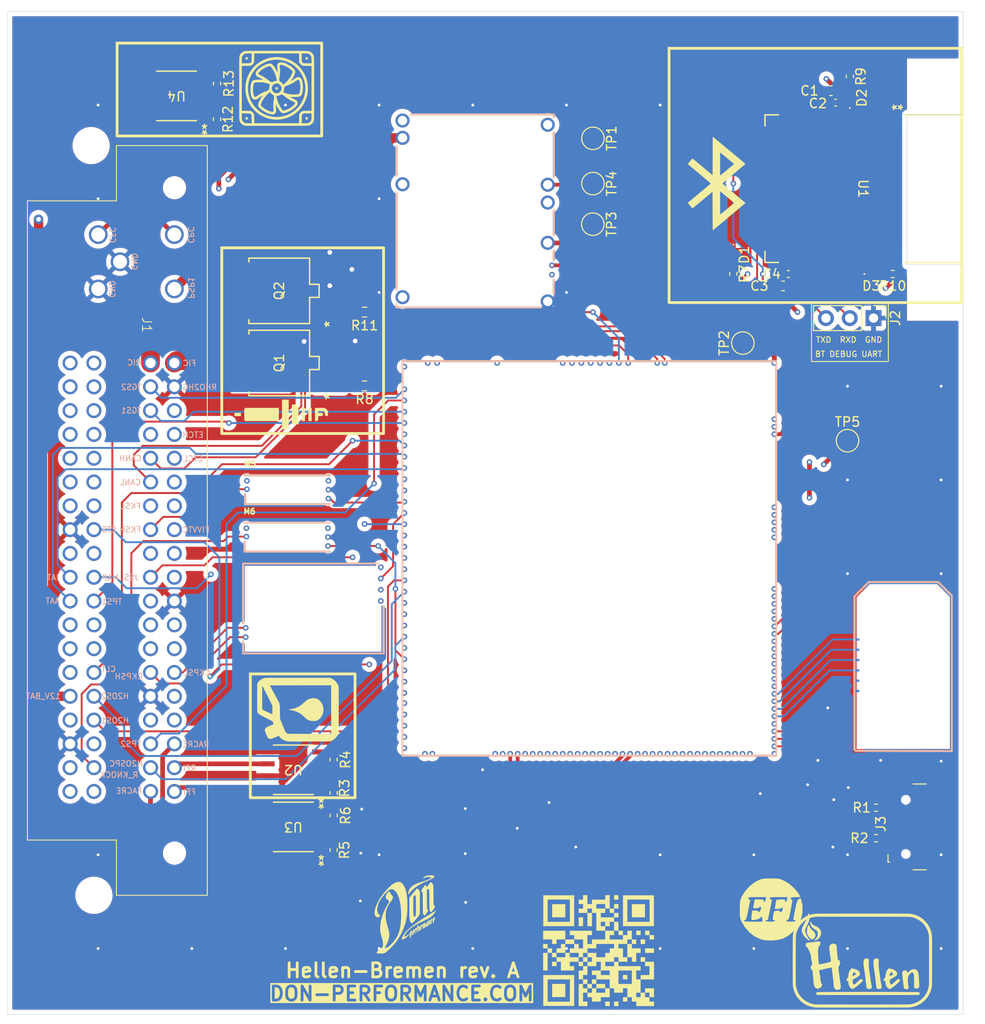
<source format=kicad_pcb>
(kicad_pcb (version 20240108) (generator "pcbnew") (generator_version "8.0")
  (layers (0 "F.Cu" signal) (1 "In1.Cu" power) (2 "In2.Cu" power) (31 "B.Cu" signal) (34 "B.Paste" user) (35 "F.Paste" user) (36 "B.SilkS" user "B.Silkscreen") (37 "F.SilkS" user "F.Silkscreen") (38 "B.Mask" user) (39 "F.Mask" user) (44 "Edge.Cuts" user))
  (net 0 "")
  (net 1 "IN_IAT")
  (net 2 "IN_TPS2")
  (net 4 "IN_CLT")
  (net 9 "MCU_INJ2")
  (net 10 "CRANK_LOW")
  (net 11 "IN_PPS2")
  (net 14 "RAW_KNOCK_F")
  (net 18 "CRANK_HIGH")
  (net 20 "IN_MAP")
  (net 22 "ETS")
  (net 24 "IN_PPS")
  (net 25 "IN_TPS")
  (net 27 "GND")
  (net 28 "Net-(M1-SWCLK)")
  (net 29 "Net-(M1-SWDIO)")
  (net 30 "Net-(M1-nReset)")
  (net 31 "Net-(M1-SWO)")
  (net 32 "+3V3")
  (net 33 "+5V")
  (net 34 "+12V")
  (net 35 "Net-(M3-VBUS)")
  (net 36 "Net-(M3-USBP)")
  (net 37 "Net-(M3-USBM)")
  (net 49 "MCU_INJ1")
  (net 57 "+3V3SW")
  (net 64 "RAW_KNOCK_R")
  (net 66 "PWR_EN")
  (net 79 "+12V_PSP")
  (net 99 "VIGN")
  (net 118 "Net-(J3-CC2)")
  (net 121 "Net-(J3-CC1)")
  (net 126 "CAN_H")
  (net 127 "CAN_L")
  (net 131 "IN_CRANK")
  (net 132 "IGN_1")
  (net 133 "IGN_2")
  (net 134 "+12V_BAT")
  (net 135 "UART_BT_RX")
  (net 136 "UART_BT_TX")
  (net 181 "Net-(D3-A)")
  (net 186 "DEBUG_TX")
  (net 192 "Net-(D1-A)")
  (net 193 "DEBUG_RX")
  (net 198 "MCU_KNOCK_F")
  (net 199 "MCU_KNOCK_R")
  (net 200 "INJ_1")
  (net 201 "INJ_2")
  (net 202 "ACR_2")
  (net 203 "ACR_1")
  (net 204 "MCU_ACR1")
  (net 205 "MCU_ACR2")
  (net 208 "Net-(D2-A)")
  (net 209 "Net-(D2-K)")
  (net 210 "Net-(D3-K)")
  (net 211 "MCUIGN_2")
  (net 212 "MCUIGN_1")
  (net 213 "Net-(Q1-Pad1)")
  (net 214 "Net-(Q2-Pad1)")
  (net 215 "CFC")
  (net 216 "CPC")
  (net 217 "MCU_CFC")
  (net 218 "MCU_CPC")
  (net 223 "IN_JSS")
  (net 224 "H2OS2")
  (net 225 "IN_AAT")
  (net 226 "H2OSPC")
  (net 227 "H2OS1")
  (net 228 "+5VP")
  (net 229 "+5VA")
  (net 230 "GNDA")
  (footprint "Resistor_SMD:R_0402_1005Metric" (layer "F.Cu") (at 153.67 123.19 180)
    (property "Reference" "R2")
    (property "Value" "5.1K")
  )
  (footprint "Fiducial:Fiducial_1mm_Mask2mm" (layer "F.Cu") (at 62.992 36.83 -90)
    (property "Reference" "FID1" (hide yes))
    (property "Value" "Fiducial")
  )
  (footprint "0.1:stlink" (layer "F.Cu") (at 151.260006 95.761003 -90)
    (property "Reference" "M1" (hide yes))
    (property "Value" "Module-stlink-0.1" (hide yes))
  )
  (footprint "0.6:mega-mcu144" (layer "F.Cu") (at 103.011 72.185994 -90)
    (property "Reference" "M3" (hide yes))
    (property "Value" "Module-mega-mcu144-0.6" (hide yes))
  )
  (footprint "hellen-bremen:cooling" (layer "F.Cu") (at 89.68 43.18)
    (property "Reference" "G***" (hide yes))
    (property "Value" "LOGO" (hide yes))
  )
  (footprint "Capacitor_SMD:C_0603_1608Metric" (layer "F.Cu") (at 148.857 43.434)
    (property "Reference" "C1")
    (property "Value" "4.7uF 10V" (hide yes))
  )
  (footprint "Resistor_SMD:R_0402_1005Metric" (layer "F.Cu") (at 95.758 124.46 -90)
    (property "Reference" "R5")
    (property "Value" "4.7k")
  )
  (footprint "Resistor_SMD:R_0402_1005Metric" (layer "F.Cu") (at 138.43 62.971 -90)
    (property "Reference" "R7")
    (property "Value" "470")
  )
  (footprint "Resistor_SMD:R_0402_1005Metric" (layer "F.Cu") (at 153.66 119.936 180)
    (property "Reference" "R1")
    (property "Value" "5.1K" (hide yes))
  )
  (footprint "ISL9V3040D3ST:TO-252AA_ONS" (layer "F.Cu") (at 89.9567 64.786 90)
    (property "Reference" "Q2")
    (property "Value" "ISL9V3040D3ST")
  )
  (footprint "Fiducial:Fiducial_1mm_Mask2mm" (layer "F.Cu") (at 161.036 139.954 90)
    (property "Reference" "FID4" (hide yes))
    (property "Value" "Fiducial")
  )
  (footprint "LED_SMD:LED_0402_1005Metric" (layer "F.Cu") (at 153.511 62.992)
    (property "Reference" "D3")
    (property "Value" "RED")
  )
  (footprint "kicad6-libraries:rusefi_logo" (layer "F.Cu") (at 142.46535 130.828287)
    (property "Reference" "G***" (hide yes))
    (property "Value" "RUSEFI_LOGO" (hide yes))
  )
  (footprint "0.3:vr-max9924" (layer "F.Cu") (at 85.997 103.581)
    (property "Reference" "M4" (hide yes))
    (property "Value" "Module-vr-max9924-0.1" (hide yes))
  )
  (footprint "Capacitor_SMD:C_0402_1005Metric" (layer "F.Cu") (at 144.3 62.992)
    (property "Reference" "C4")
    (property "Value" "0.1uF 10V")
  )
  (footprint "Resistor_SMD:R_0603_1608Metric" (layer "F.Cu") (at 99.06 74.93 180)
    (property "Reference" "R8")
    (property "Value" "22")
  )
  (footprint "Fiducial:Fiducial_1mm_Mask2mm" (layer "F.Cu") (at 62.992 139.954 -90)
    (property "Reference" "FID3" (hide yes))
    (property "Value" "Fiducial")
  )
  (footprint "hellen-bremen:fuel" (layer "F.Cu") (at 91.948 109.474 90)
    (property "Reference" "G***" (hide yes))
    (property "Value" "LOGO" (hide yes))
  )
  (footprint "LED_SMD:LED_0402_1005Metric" (layer "F.Cu") (at 138.43 60.937 -90)
    (property "Reference" "D1")
    (property "Value" "GREEN")
  )
  (footprint "LED_SMD:LED_0402_1005Metric" (layer "F.Cu") (at 150.876 44.196 90)
    (property "Reference" "D2")
    (property "Value" "BLUE")
  )
  (footprint "hellen-bremen:logo" (layer "F.Cu") (at 103.46 131.186)
    (property "Reference" "G***" (hide yes))
    (property "Value" "LOGO" (hide yes))
  )
  (footprint "ISL9V3040D3ST:TO-252AA_ONS" (layer "F.Cu") (at 89.9567 72.486 90)
    (property "Reference" "Q1")
    (property "Value" "ISL9V3040D3ST")
  )
  (footprint "0.2:power_12and5V" (layer "F.Cu") (at 102.368999 66.663001)
    (property "Reference" "M2" (hide yes))
    (property "Value" "Module-power_12and5V-0.2" (hide yes))
  )
  (footprint "Resistor_SMD:R_0603_1608Metric" (layer "F.Cu") (at 99.06 67.056 180)
    (property "Reference" "R11")
    (property "Value" "22")
  )
  (footprint "TestPoint:TestPoint_Pad_D2.0mm" (layer "F.Cu") (at 150.622 80.772)
    (property "Reference" "TP5")
    (property "Value" "TestPoint_Probe")
  )
  (footprint "footprints:MOD39_15p5X20p7X2p8_ZSX_MCH" (layer "F.Cu") (at 152.29 53.882 -90)
    (property "Reference" "U1")
    (property "Value" "RNBD451PE-I100")
  )
  (footprint "kicad6-libraries:LOGO" (layer "F.Cu") (at 152.51535 136.328287)
    (property "Reference" "G***" (hide yes))
    (property "Value" "LOGO" (hide yes))
  )
  (footprint "TestPoint:TestPoint_Pad_D2.0mm" (layer "F.Cu") (at 123.444 53.34 -90)
    (property "Reference" "TP4")
    (property "Value" "TestPoint_Probe")
  )
  (footprint "Connector_PinHeader_2.54mm:PinHeader_1x03_P2.54mm_Vertical" (layer "F.Cu") (at 153.401 67.696 -90)
    (property "Reference" "J2")
    (property "Value" "Conn_01x03_Pin")
  )
  (footprint "VNLD5160TR-E:SO_160TR-E_STM" (layer "F.Cu") (at 91.46 115.891 180)
    (property "Reference" "U2")
    (property "Value" "VNLD5160TR-E")
  )
  (footprint "Capacitor_SMD:C_0402_1005Metric" (layer "F.Cu") (at 149.352 44.704)
    (property "Reference" "C2")
    (property "Value" "0.1uF 10V")
  )
  (footprint "TestPoint:TestPoint_Pad_D2.0mm" (layer "F.Cu") (at 123.4305 57.671499 -90)
    (property "Reference" "TP3")
    (property "Value" "TestPoint_Probe")
  )
  (footprint "Resistor_SMD:R_0402_1005Metric" (layer "F.Cu") (at 83.312 46.482 -90)
    (property "Reference" "R12")
    (property "Value" "4.7k")
  )
  (footprint "hellen_knock:knock" (layer "F.Cu") (at 86.153 92.711002)
    (property "Reference" "M6")
    (property "Value" "Module-knock-0.2" (hide yes))
  )
  (footprint "hellen-bremen:ignition" (layer "F.Cu") (at 90.17 77.978 90)
    (property "Reference" "G***" (hide yes))
    (property "Value" "LOGO" (hide yes))
  )
  (footprint "Connector_USB:USB_C_Receptacle_GCT_USB4110" (layer "F.Cu") (at 159.46 121.986 90)
    (property "Reference" "J3")
    (property "Value" "USB_C_Receptacle_USB2.0_16P")
  )
  (footprint "VNLD5160TR-E:SO_160TR-E_STM" (layer "F.Cu") (at 91.46 121.986 180)
    (property "Reference" "U3")
    (property "Value" "VNLD5160TR-E")
  )
  (footprint "Capacitor_SMD:C_0603_1608Metric" (layer "F.Cu") (at 143.751 64.262)
    (property "Reference" "C3")
    (property "Value" "4.7uF 10V")
  )
  (footprint "Resistor_SMD:R_0402_1005Metric" (layer "F.Cu") (at 155.45 62.992 180)
    (property "Reference" "R10")
    (property "Value" "470")
  )
  (footprint "hellen_knock:knock" (layer "F.Cu") (at 86.203 87.656002)
    (property "Reference" "M5")
    (property "Value" "Module-knock-0.2" (hide yes))
  )
  (footprint "hellen-bremen:qrcode" (layer "F.Cu") (at 124.06 135.186)
    (property "Reference" "G***" (hide yes))
    (property "Value" "LOGO" (hide yes))
  )
  (footprint "Resistor_SMD:R_0402_1005Metric" (layer "F.Cu") (at 83.312 42.672 90)
    (property "Reference" "R13")
    (property "Value" "4.7k")
  )
  (footprint "Resistor_SMD:R_0402_1005Metric" (layer "F.Cu") (at 95.758 118.364 -90)
    (property "Reference" "R3")
    (property "Value" "4.7k")
  )
  (footprint "Resistor_SMD:R_0402_1005Metric" (layer "F.Cu") (at 95.764425 120.769422 90)
    (property "Reference" "R6")
    (property "Value" "4.7k")
  )
  (footprint "Resistor_SMD:R_0402_1005Metric" (layer "F.Cu") (at 95.758 114.808 90)
    (property "Reference" "R4")
    (property "Value" "4.7k")
  )
  (footprint "Fiducial:Fiducial_1mm_Mask2mm" (layer "F.Cu") (at 161.036 36.83 90)
    (property "Reference" "FID2" (hide yes))
    (property "Value" "Fiducial")
  )
  (footprint "Resistor_SMD:R_0402_1005Metric" (layer "F.Cu") (at 150.876 41.91 -90)
    (property "Reference" "R9")
    (property "Value" "470")
  )
  (footprint "hellen-bremen:bluetooth" (layer "F.Cu") (at 136.652 53.34)
    (property "Reference" "G***" (hide yes))
    (property "Value" "LOGO" (hide yes))
  )
  (footprint "TestPoint:TestPoint_Pad_D2.0mm" (layer "F.Cu") (at 139.446 70.358 90)
    (property "Reference" "TP2")
    (property "Value" "TestPoint_Probe")
  )
  (footprint "VNLD5160TR-E:SO_160TR-E_STM" (layer "F.Cu") (at 78.994 43.986 180)
    (property "Reference" "U4")
    (property "Value" "VNLD5160TR-E")
  )
  (footprint "TestPoint:TestPoint_Pad_D2.0mm" (layer "F.Cu") (at 123.444 48.514 -90)
    (property "Reference" "TP1")
    (property "Value" "TestPoint_Probe")
  )
  (footprint "HD:TE81PINHD" (layer "F.Cu") (at 70.17 72.486 -90)
    (property "Reference" "J1")
    (property "Value" "~")
  )
  (gr_rect (start 83.82 60.198) (end 101.092 80.01) (stroke (width 0.3)) (fill none) (layer "F.SilkS"))
  (gr_rect (start 131.572 38.908) (end 162.814 66.04) (stroke (width 0.3)) (fill none) (layer "F.SilkS"))
  (gr_rect (start 86.868 105.664) (end 98.044 118.872) (stroke (width 0.3)) (fill none) (layer "F.SilkS"))
  (gr_rect (start 146.7745 66.04) (end 154.9775 72.33) (stroke (width 0.1)) (fill none) (layer "F.SilkS"))
  (gr_rect (start 72.644 38.354) (end 94.488 48.26) (stroke (width 0.3)) (fill none) (layer "F.SilkS"))
  (gr_line (start 60.96 34.986) (end 162.96 34.986) (stroke (width 0.05)) (layer "Edge.Cuts"))
  (gr_line (start 162.96 61.986) (end 162.96 141.986) (stroke (width 0.05)) (layer "Edge.Cuts"))
  (gr_line (start 156.96 45.986) (end 156.96 61.986) (stroke (width 0.05)) (layer "Edge.Cuts"))
  (gr_line (start 60.96 141.986) (end 60.96 34.986) (stroke (width 0.05)) (layer "Edge.Cuts"))
  (gr_line (start 162.96 45.986) (end 156.96 45.986) (stroke (width 0.05)) (layer "Edge.Cuts"))
  (gr_line (start 156.96 61.986) (end 162.96 61.986) (stroke (width 0.05)) (layer "Edge.Cuts"))
  (gr_line (start 162.96 34.986) (end 162.96 45.986) (stroke (width 0.05)) (layer "Edge.Cuts"))
  (gr_line (start 162.96 141.986) (end 60.96 141.986) (stroke (width 0.05)) (layer "Edge.Cuts"))
  (gr_text "DON-PERFORMANCE.COM" (at 88.813278 140.662382 0) (layer "F.Cu") (effects (font (size 1.5 1.5) (thickness 0.3) (bold yes)) (justify left bottom)))
  (gr_text "TXD  RXD  GND" (at 147.193963 70.358 0) (layer "F.SilkS") (effects (font (size 0.6 0.6) (thickness 0.1)) (justify left bottom)))
  (gr_text "DON-PERFORMANCE.COM" (at 88.766 140.662 0) (layer "F.SilkS" knockout) (effects (font (size 1.5 1.5) (thickness 0.3) (bold yes)) (justify left bottom)))
  (gr_text "BT DEBUG UART" (at 147.1035 71.885149 0) (layer "F.SilkS") (effects (font (size 0.6 0.6) (thickness 0.1)) (justify left bottom)))
  (gr_text "Hellen-Bremen rev. A" (at 90.46 138.186 0) (layer "F.SilkS") (effects (font (size 1.5 1.5) (thickness 0.3) (bold yes)) (justify left bottom)))
  (segment (start 67.183 83.82) (end 103.176992 83.82) (width 0.2) (layer "B.Cu") (net 1))
  (segment (start 103.176992 83.82) (end 103.310996 83.685996) (width 0.2) (layer "B.Cu") (net 1))
  (segment (start 66.294 84.709) (end 67.183 83.82) (width 0.2) (layer "B.Cu") (net 1))
  (segment (start 66.294 94.02) (end 66.294 84.709) (width 0.2) (layer "B.Cu") (net 1))
  (segment (start 67.62 95.346) (end 66.294 94.02) (width 0.2) (layer "B.Cu") (net 1))
  (segment (start 100.076 77.978) (end 101.568005 76.485995) (width 0.2) (layer "F.Cu") (net 2))
  (segment (start 101.568005 76.485995) (end 103.310996 76.485995) (width 0.2) (layer "F.Cu") (net 2))
  (segment (start 100.076 85.344) (end 100.076 77.978) (width 0.2) (layer "F.Cu") (net 2))
  (via (at 100.076 85.344) (size 0.6) (drill 0.3) (layers "F.Cu" "B.Cu") (net 2))
  (segment (start 76.21 113.126) (end 77.31 112.026) (width 0.2) (layer "B.Cu") (net 2))
  (segment (start 85.554 88.436) (end 96.984 88.436) (width 0.2) (layer "B.Cu") (net 2))
  (segment (start 84.328 89.662) (end 85.554 88.436) (width 0.2) (layer "B.Cu") (net 2))
  (segment (start 77.31 112.026) (end 79.236 112.026) (width 0.2) (layer "B.Cu") (net 2))
  (segment (start 84.328 106.934) (end 84.328 89.662) (width 0.2) (layer "B.Cu") (net 2))
  (segment (start 79.236 112.026) (end 84.328 106.934) (width 0.2) (layer "B.Cu") (net 2))
  (segment (start 96.984 88.436) (end 100.076 85.344) (width 0.2) (layer "B.Cu") (net 2))
  (segment (start 97.79 80.772) (end 95.276 83.286) (width 0.2) (layer "F.Cu") (net 4))
  (segment (start 80.772 86.36) (end 74.168 86.36) (width 0.2) (layer "F.Cu") (net 4))
  (segment (start 95.276 83.286) (end 83.846 83.286) (width 0.2) (layer "F.Cu") (net 4))
  (segment (start 74.168 86.36) (end 73.152 87.376) (width 0.2) (layer "F.Cu") (net 4))
  (segment (start 73.152 87.376) (end 73.152 102.514) (width 0.2) (layer "F.Cu") (net 4))
  (segment (start 83.846 83.286) (end 80.772 86.36) (width 0.2) (layer "F.Cu") (net 4))
  (segment (start 73.152 102.514) (end 70.16 105.506) (width 0.2) (layer "F.Cu") (net 4))
  (via (at 97.79 80.772) (size 0.6) (drill 0.3) (layers "F.Cu" "B.Cu") (net 4))
  (segment (start 102.796998 80.772) (end 103.310996 81.285998) (width 0.2) (layer "B.Cu") (net 4))
  (segment (start 97.79 80.772) (end 102.796998 80.772) (width 0.2) (layer "B.Cu") (net 4))
  (segment (start 91.186 117.7906) (end 91.186 124.546528) (width 0.4) (layer "F.Cu") (net 9))
  (segment (start 93.985472 127.346) (end 114.489466 127.346) (width 0.4) (layer "F.Cu") (net 9))
  (segment (start 95.696 115.256) (end 95.758 115.318) (width 0.4) (layer "F.Cu") (net 9))
  (segment (start 91.186 124.546528) (end 93.985472 127.346) (width 0.4) (layer "F.Cu") (net 9))
  (segment (start 94.18415 115.256) (end 95.696 115.256) (width 0.4) (layer "F.Cu") (net 9))
  (segment (start 127.410997 114.424469) (end 127.410997 114.185996) (width 0.4) (layer "F.Cu") (net 9))
  (segment (start 94.18415 115.256) (end 93.7206 115.256) (width 0.4) (layer "F.Cu") (net 9))
  (segment (start 93.7206 115.256) (end 91.186 117.7906) (width 0.4) (layer "F.Cu") (net 9))
  (segment (start 114.489466 127.346) (end 127.410997 114.424469) (width 0.4) (layer "F.Cu") (net 9))
  (segment (start 84.425 100.741) (end 86.372 100.741) (width 0.2) (layer "F.Cu") (net 10))
  (segment (start 78.75 105.506) (end 79.66 105.506) (width 0.2) (layer "F.Cu") (net 10))
  (segment (start 79.66 105.506) (end 84.425 100.741) (width 0.2) (layer "F.Cu") (net 10))
  (segment (start 102.396991 76.2) (end 77.384 76.2) (width 0.2) (layer "B.Cu") (net 11))
  (segment (start 77.384 76.2) (end 76.21 75.026) (width 0.2) (layer "B.Cu") (net 11))
  (segment (start 103.310996 75.285995) (end 102.396991 76.2) (width 0.2) (layer "B.Cu") (net 11))
  (segment (start 83.461998 85.956002) (end 86.503 85.956002) (width 0.2) (layer "F.Cu") (net 14))
  (segment (start 80.518 88.9) (end 83.461998 85.956002) (width 0.2) (layer "F.Cu") (net 14))
  (segment (start 77.576 88.9) (end 80.518 88.9) (width 0.2) (layer "F.Cu") (net 14))
  (segment (start 76.21 90.266) (end 77.576 88.9) (width 0.2) (layer "F.Cu") (net 14))
  (segment (start 77.384 106.68) (end 76.21 105.506) (width 0.2) (layer "F.Cu") (net 18))
  (segment (start 79.756 106.68) (end 77.384 106.68) (width 0.2) (layer "F.Cu") (net 18))
  (segment (start 84.695 101.741) (end 79.756 106.68) (width 0.2) (layer "F.Cu") (net 18))
  (segment (start 86.372 101.741) (end 84.695 101.741) (width 0.2) (layer "F.Cu") (net 18))
  (via (at 82.66 95.036) (size 0.6) (drill 0.3) (layers "F.Cu" "B.Cu") (net 20))
  (via (at 99.06 89.662) (size 0.6) (drill 0.3) (layers "F.Cu" "B.Cu") (net 20))
  (segment (start 99.06 89.662) (end 99.084002 89.686002) (width 0.2) (layer "B.Cu") (net 20))
  (segment (start 81.176 96.52) (end 73.66 96.52) (width 0.2) (layer "B.Cu") (net 20))
  (segment (start 72.486 95.346) (end 70.16 95.346) (width 0.2) (layer "B.Cu") (net 20))
  (segment (start 73.66 96.52) (end 72.486 95.346) (width 0.2) (layer "B.Cu") (net 20))
  (segment (start 99.084002 89.686002) (end 103.310996 89.686002) (width 0.2) (layer "B.Cu") (net 20))
  (segment (start 82.66 95.036) (end 81.176 96.52) (width 0.2) (layer "B.Cu") (net 20))
  (segment (start 83.82 104.648) (end 82.55 105.918) (width 0.2) (layer "F.Cu") (net 22))
  (segment (start 99.568 104.648) (end 83.82 104.648) (width 0.2) (layer "F.Cu") (net 22))
  (via (at 82.55 105.918) (size 0.6) (drill 0.3) (layers "F.Cu" "B.Cu") (net 22))
  (via (at 99.568 104.648) (size 0.6) (drill 0.3) (layers "F.Cu" "B.Cu") (net 22))
  (segment (start 70.16 90.266) (end 72.232 90.266) (width 0.2) (layer "B.Cu") (net 22))
  (segment (start 72.232 90.266) (end 73.576315 91.610315) (width 0.2) (layer "B.Cu") (net 22))
  (segment (start 83.566 105.156) (end 82.55 106.172) (width 0.2) (layer "B.Cu") (net 22))
  (segment (start 81.958315 91.610315) (end 83.566 93.218) (width 0.2) (layer "B.Cu") (net 22))
  (segment (start 83.566 93.218) (end 83.566 105.156) (width 0.2) (layer "B.Cu") (net 22))
  (segment (start 73.576315 91.610315) (end 81.958315 91.610315) (width 0.2) (layer "B.Cu") (net 22))
  (segment (start 77.31 78.666) (end 79.83 78.666) (width 0.2) (layer "B.Cu") (net 24))
  (segment (start 80.810007 77.685993) (end 103.310996 77.685993) (width 0.2) (layer "B.Cu") (net 24))
  (segment (start 76.21 77.566) (end 77.31 78.666) (width 0.2) (layer "B.Cu") (net 24))
  (segment (start 79.83 78.666) (end 80.810007 77.685993) (width 0.2) (layer "B.Cu") (net 24))
  (segment (start 84.582 78.885993) (end 84.436007 78.74) (width 0.2) (layer "F.Cu") (net 25))
  (segment (start 73.914 78.74) (end 72.136 80.518) (width 0.2) (layer "F.Cu") (net 25))
  (segment (start 72.136 80.518) (end 72.136 95.91) (width 0.2) (layer "F.Cu") (net 25))
  (segment (start 84.436007 78.74) (end 73.914 78.74) (width 0.2) (layer "F.Cu") (net 25))
  (segment (start 72.136 95.91) (end 70.16 97.886) (width 0.2) (layer "F.Cu") (net 25))
  (via (at 84.582 78.885993) (size 0.6) (drill 0.3) (layers "F.Cu" "B.Cu") (net 25))
  (segment (start 84.582 78.885993) (end 103.310996 78.885993) (width 0.2) (layer "B.Cu") (net 25))
  (segment (start 148.082 43.914) (end 148.872 44.704) (width 0.2) (layer "F.Cu") (net 27))
  (segment (start 95.97 70.1918) (end 98.1542 70.1918) (width 0.5) (layer "F.Cu") (net 27))
  (segment (start 95.3542 60.686) (end 95.3542 62.496) (width 0.5) (layer "F.Cu") (net 27))
  (segment (start 95.3542 64.236) (end 95.3542 62.496) (width 0.5) (layer "F.Cu") (net 27))
  (segment (start 94.65 70.1802) (end 92.4658 70.1802) (width 0.5) (layer "F.Cu") (net 27))
  (segment (start 148.082 43.434) (end 148.082 43.914) (width 0.2) (layer "F.Cu") (net 27))
  (segment (start 97.71 62.496) (end 95.3542 62.496) (width 0.5) (layer "F.Cu") (net 27))
  (via (at 90.62 44.961) (size 0.6) (drill 0.3) (layers "F.Cu" "B.Cu") (net 27))
  (via (at 141.31 118.436) (size 0.6) (drill 0.3) (layers "F.Cu" "B.Cu") (net 27))
  (via (at 70.62 124.961) (size 0.6) (drill 0.3) (layers "F.Cu" "B.Cu") (net 27))
  (via (at 150.62 124.961) (size 0.6) (drill 0.3) (layers "F.Cu" "B.Cu") (net 27))
  (via (at 109.86 130.036) (size 0.6) (drill 0.3) (layers "F.Cu" "B.Cu") (net 27))
  (via (at 160.62 94.961) (size 0.6) (drill 0.3) (layers "F.Cu" "B.Cu") (net 27))
  (via (at 70.62 54.961) (size 0.6) (drill 0.3) (layers "F.Cu" "B.Cu") (net 27))
  (via (at 90.62 134.961) (size 0.6) (drill 0.3) (layers "F.Cu" "B.Cu") (net 27))
  (via (at 130.62 134.961) (size 0.6) (drill 0.3) (layers "F.Cu" "B.Cu") (net 27))
  (via (at 160.62 114.961) (size 0.6) (drill 0.3) (layers "F.Cu" "B.Cu") (net 27))
  (via (at 120.62 134.961) (size 0.6) (drill 0.3) (layers "F.Cu" "B.Cu") (net 27))
  (via (at 146.36 117.486) (size 0.6) (drill 0.3) (layers "F.Cu" "B.Cu") (net 27))
  (via (at 100.62 124.961) (size 0.6) (drill 0.3) (layers "F.Cu" "B.Cu") (net 27))
  (via (at 160.62 84.961) (size 0.6) (drill 0.3) (layers "F.Cu" "B.Cu") (net 27))
  (via (at 110.62 44.961) (size 0.6) (drill 0.3) (layers "F.Cu" "B.Cu") (net 27))
  (via (at 98.76 120.086) (size 0.6) (drill 0.3) (layers "F.Cu" "B.Cu") (net 27))
  (via (at 97.71 62.496) (size 1) (drill 0.5) (layers "F.Cu" "B.Cu") (net 27))
  (via (at 80.62 134.961) (size 0.6) (drill 0.3) (layers "F.Cu" "B.Cu") (net 27))
  (via (at 100.62 44.961) (size 0.6) (drill 0.3) (layers "F.Cu" "B.Cu") (net 27))
  (via (at 109.81 124.836) (size 0.6) (drill 0.3) (layers "F.Cu" "B.Cu") (net 27))
  (via (at 150.62 84.961) (size 0.6) (drill 0.3) (layers "F.Cu" "B.Cu") (net 27))
  (via (at 130.62 124.961) (size 0.6) (drill 0.3) (layers "F.Cu" "B.Cu") (net 27))
  (via (at 160.62 74.961) (size 0.6) (drill 0.3) (layers "F.Cu" "B.Cu") (net 27))
  (via (at 120.62 44.961) (size 0.6) (drill 0.3) (layers "F.Cu" "B.Cu") (net 27))
  (via (at 149.16 119.086) (size 0.6) (drill 0.3) (layers "F.Cu" "B.Cu") (net 27))
  (via (at 130.62 44.961) (size 0.6) (drill 0.3) (layers "F.Cu" "B.Cu") (net 27))
  (via (at 149.06 124.136) (size 0.6) (drill 0.3) (layers "F.Cu" "B.Cu") (net 27))
  (via (at 70.62 44.961) (size 0.6) (drill 0.3) (layers "F.Cu" "B.Cu") (net 27))
  (via (at 98.61 129.886) (size 0.6) (drill 0.3) (layers "F.Cu" "B.Cu") (net 27))
  (via (at 100.62 54.961) (size 0.6) (drill 0.3) (layers "F.Cu" "B.Cu") (net 27))
  (via (at 92.61 70.186) (size 1) (drill 0.5) (layers "F.Cu" "B.Cu") (net 27))
  (via (at 150.62 94.961) (size 0.6) (drill 0.3) (layers "F.Cu" "B.Cu") (net 27))
  (via (at 147.46 114.886) (size 0.6) (drill 0.3) (layers "F.Cu" "B.Cu") (net 27))
  (via (at 150.62 74.961) (size 0.6) (drill 0.3) (layers "F.Cu" "B.Cu") (net 27))
  (via (at 109.81 120.036) (size 0.6) (drill 0.3) (layers "F.Cu" "B.Cu") (net 27))
  (via (at 110.62 134.961) (size 0.6) (drill 0.3) (layers "F.Cu" "B.Cu") (net 27))
  (via (at 111.66 115.886) (size 0.6) (drill 0.3) (layers "F.Cu" "B.Cu") (net 27))
  (via (at 70.62 134.961) (size 0.6) (drill 0.3) (layers "F.Cu" "B.Cu") (net 27))
  (via (at 140.62 134.961) (size 0.6) (drill 0.3) (layers "F.Cu" "B.Cu") (net 27))
  (via (at 150.62 134.961) (size 0.6) (drill 0.3) (layers "F.Cu" "B.Cu") (net 27))
  (via (at 160.62 124.961) (size 0.6) (drill 0.3) (layers "F.Cu" "B.Cu") (net 27))
  (via (at 154.16 114.886) (size 0.6) (drill 0.3) (layers "F.Cu" "B.Cu") (net 27))
  (via (at 98.06 70.136) (size 1) (drill 0.5) (layers "F.Cu" "B.Cu") (net 27))
  (via (at 120.62 64.961) (size 0.6) (drill 0.3) (layers "F.Cu" "B.Cu") (net 27))
  (via (at 118.76 119.386) (size 0.6) (drill 0.3) (layers "F.Cu" "B.Cu") (net 27))
  (via (at 100.62 134.961) (size 0.6) (drill 0.3) (layers "F.Cu" "B.Cu") (net 27))
  (via (at 98.66 124.786) (size 0.6) (drill 0.3) (layers "F.Cu" "B.Cu") (net 27))
  (via (at 100.62 64.961) (size 0.6) (drill 0.3) (layers "F.Cu" "B.Cu") (net 27))
  (via (at 95.3542 64.236) (size 1) (drill 0.5) (layers "F.Cu" "B.Cu") (net 27))
  (via (at 121.61 124.136) (size 0.6) (drill 0.3) (layers "F.Cu" "B.Cu") (net 27))
  (via (at 160.62 134.961) (size 0.6) (drill 0.3) (layers "F.Cu" "B.Cu") (net 27))
  (via (at 140.62 124.961) (size 0.6) (drill 0.3) (layers "F.Cu" "B.Cu") (net 27))
  (via (at 95.3542 60.686) (size 1) (drill 0.5) (layers "F.Cu" "B.Cu") (net 27))
  (via (at 150.71 117.786) (size 0.6) (drill 0.3) (layers "F.Cu" "B.Cu") (net 27))
  (via (at 115.36 122.136) (size 0.6) (drill 0.3) (layers "F.Cu" "B.Cu") (net 27))
  (via (at 148.51 109.286) (size 0.6) (drill 0.3) (layers "F.Cu" "B.Cu") (net 27))
  (segment (start 151.66 103.086002) (end 148.881998 103.086002) (width 0.2) (layer "B.Cu") (net 28))
  (segment (start 143.382003 108.585997) (end 142.811001 108.585997) (width 0.2) (layer "B.Cu") (net 28))
  (segment (start 148.881998 103.086002) (end 143.382003 108.585997) (width 0.2) (layer "B.Cu") (net 28))
  (segment (start 142.810999 109.385998) (end 143.598002 109.385998) (width 0.2) (layer "B.Cu") (net 29))
  (segment (start 148.798 104.186) (end 151.66 104.186) (width 0.2) (layer "B.Cu") (net 29))
  (segment (start 143.598002 109.385998) (end 148.798 104.186) (width 0.2) (layer "B.Cu") (net 29))
  (segment (start 149.035257 101.986005) (end 151.66 101.986005) (width 0.2) (layer "B.Cu") (net 30))
  (segment (start 142.810999 107.785999) (end 143.235263 107.785999) (width 0.2) (layer "B.Cu") (net 30))
  (segment (start 143.235263 107.785999) (end 149.035257 101.986005) (width 0.2) (layer "B.Cu") (net 30))
  (segment (start 142.810999 110.185996) (end 143.814004 110.185996) (width 0.2) (layer "B.Cu") (net 31))
  (segment (start 148.714002 105.285998) (end 151.66 105.285998) (width 0.2) (layer "B.Cu") (net 31))
  (segment (start 143.814004 110.185996) (end 148.714002 105.285998) (width 0.2) (layer "B.Cu") (net 31))
  (segment (start 142.810999 71.785994) (end 142.810999 72.485995) (width 0.5) (layer "F.Cu") (net 32))
  (segment (start 142.810999 71.785994) (end 141.383005 70.358) (width 0.5) (layer "F.Cu") (net 32))
  (segment (start 141.383005 70.358) (end 139.446 70.358) (width 0.5) (layer "F.Cu") (net 32))
  (segment (start 118.605495 59.6765) (end 121.425499 59.6765) (width 0.5) (layer "F.Cu") (net 33))
  (segment (start 121.425499 59.6765) (end 123.4305 57.671499) (width 0.5) (layer "F.Cu") (net 33))
  (segment (start 123.067002 53.462998) (end 123.19 53.34) (width 0.4) (layer "F.Cu") (net 34))
  (segment (start 118.618995 53.462998) (end 123.067002 53.462998) (width 0.4) (layer "F.Cu") (net 34))
  (segment (start 142.810999 111.785998) (end 147.345998 111.785998) (width 0.2) (layer "F.Cu") (net 35))
  (segment (start 155.082 119.522) (end 155.716 119.522) (width 0.2) (layer "F.Cu") (net 35))
  (segment (start 155.716 119.522) (end 155.78 119.586) (width 0.2) (layer "F.Cu") (net 35))
  (segment (start 147.345998 111.785998) (end 155.082 119.522) (width 0.2) (layer "F.Cu") (net 35))
  (segment (start 143.697399 112.585997) (end 142.811001 112.585997) (width 0.2) (layer "F.Cu") (net 36))
  (segment (start 144.84 119.528598) (end 144.84 113.728598) (width 0.2) (layer "F.Cu") (net 36))
  (segment (start 156.38741 121.236) (end 156.718 121.56659) (width 0.2) (layer "F.Cu") (net 36))
  (segment (start 146.547402 121.236) (end 144.84 119.528598) (width 0.2) (layer "F.Cu") (net 36))
  (segment (start 155.78 121.236) (end 156.38741 121.236) (width 0.2) (layer "F.Cu") (net 36))
  (segment (start 156.38741 122.236) (end 155.78 122.236) (width 0.2) (layer "F.Cu") (net 36))
  (segment (start 155.78 121.236) (end 146.547402 121.236) (width 0.2) (layer "F.Cu") (net 36))
  (segment (start 156.718 121.90541) (end 156.38741 122.236) (width 0.2) (layer "F.Cu") (net 36))
  (segment (start 144.84 113.728598) (end 143.697399 112.585997) (width 0.2) (layer "F.Cu") (net 36))
  (segment (start 156.718 121.56659) (end 156.718 121.90541) (width 0.2) (layer "F.Cu") (net 36))
  (segment (start 143.959998 113.385998) (end 144.46 113.886) (width 0.2) (layer "F.Cu") (net 37))
  (segment (start 155.17259 121.736) (end 154.905 122.00359) (width 0.2) (layer "F.Cu") (net 37))
  (segment (start 155.17259 122.736) (end 155.78 122.736) (width 0.2) (layer "F.Cu") (net 37))
  (segment (start 144.46 113.886) (end 144.46 119.686) (width 0.2) (layer "F.Cu") (net 37))
  (segment (start 154.905 122.46841) (end 155.17259 122.736) (width 0.2) (layer "F.Cu") (net 37))
  (segment (start 154.905 122.00359) (end 154.905 122.46841) (width 0.2) (layer "F.Cu") (net 37))
  (segment (start 142.811001 113.385998) (end 143.959998 113.385998) (width 0.2) (layer "F.Cu") (net 37))
  (segment (start 144.46 119.686) (end 146.51 121.736) (width 0.2) (layer "F.Cu") (net 37))
  (segment (start 146.51 121.736) (end 155.17259 121.736) (width 0.2) (layer "F.Cu") (net 37))
  (segment (start 155.78 121.736) (end 155.17259 121.736) (width 0.2) (layer "F.Cu") (net 37))
  (segment (start 95.7 117.796) (end 95.758 117.854) (width 0.4) (layer "F.Cu") (net 49))
  (segment (start 94.18415 117.796) (end 95.7 117.796) (width 0.4) (layer "F.Cu") (net 49))
  (segment (start 91.948 118.618) (end 91.948 124.46) (width 0.4) (layer "F.Cu") (net 49))
  (segment (start 91.948 124.46) (end 94.234 126.746) (width 0.4) (layer "F.Cu") (net 49))
  (segment (start 114.240938 126.746) (end 126.610996 114.375942) (width 0.4) (layer "F.Cu") (net 49))
  (segment (start 126.610996 114.375942) (end 126.610996 114.185993) (width 0.4) (layer "F.Cu") (net 49))
  (segment (start 94.234 126.746) (end 114.240938 126.746) (width 0.4) (layer "F.Cu") (net 49))
  (segment (start 94.18415 117.796) (end 92.77 117.796) (width 0.4) (layer "F.Cu") (net 49))
  (segment (start 92.77 117.796) (end 91.948 118.618) (width 0.4) (layer "F.Cu") (net 49))
  (segment (start 144.94 61.282) (end 143.939999 61.282) (width 0.5) (layer "F.Cu") (net 57))
  (segment (start 144.78 61.442) (end 144.94 61.282) (width 0.5) (layer "F.Cu") (net 57))
  (segment (start 154.686 64.516) (end 155.96 63.242) (width 0.5) (layer "F.Cu") (net 57))
  (segment (start 148.082 83.314996) (end 148.082 83.312) (width 0.5) (layer "F.Cu") (net 57))
  (segment (start 149.632 43.434) (end 149.632 44.504) (width 0.5) (layer "F.Cu") (net 57))
  (segment (start 144.526 64.262) (end 144.78 64.008) (width 0.5) (layer "F.Cu") (net 57))
  (segment (start 149.632 43.434) (end 149.632 42.324001) (width 0.5) (layer "F.Cu") (net 57))
  (segment (start 149.832 46.374) (end 149.94 46.482) (width 0.5) (layer "F.Cu") (net 57))
  (segment (start 148.362 42.164) (end 149.632 43.434) (width 0.5) (layer "F.Cu") (net 57))
  (segment (start 145.288 67.056) (end 144.526 66.294) (width 0.5) (layer "F.Cu") (net 57))
  (segment (start 155.96 63.242) (end 155.96 62.992) (width 0.5) (layer "F.Cu") (net 57))
  (segment (start 150.556001 41.4) (end 150.876 41.4) (width 0.5) (layer "F.Cu") (net 57))
  (segment (start 144.526 66.294) (end 144.526 64.262) (width 0.5) (layer "F.Cu") (net 57))
  (segment (start 148.082 83.312) (end 150.622 80.772) (width 0.5) (layer "F.Cu") (net 57))
  (segment (start 144.78 62.992) (end 144.78 61.442) (width 0.5) (layer "F.Cu") (net 57))
  (segment (start 149.832 44.704) (end 149.832 46.374) (width 0.5) (layer "F.Cu") (net 57))
  (segment (start 144.78 64.008) (end 144.78 62.992) (width 0.5) (layer "F.Cu") (net 57))
  (segment (start 138.43 63.481) (end 139.465 63.481) (width 0.4) (layer "F.Cu") (net 57))
  (segment (start 139.465 63.481) (end 139.954 62.992) (width 0.4) (layer "F.Cu") (net 57))
  (segment (start 149.632 42.324001) (end 150.556001 41.4) (width 0.5) (layer "F.Cu") (net 57))
  (segment (start 149.632 44.504) (end 149.832 44.704) (width 0.5) (layer "F.Cu") (net 57))
  (via (at 139.954 62.992) (size 0.6) (drill 0.3) (layers "F.Cu" "B.Cu") (net 57))
  (via (at 145.288 67.056) (size 0.6) (drill 0.3) (layers "F.Cu" "B.Cu") (net 57))
  (via (at 154.686 64.516) (size 0.6) (drill 0.3) (layers "F.Cu" "B.Cu") (net 57))
  (via (at 148.082 83.314996) (size 0.6) (drill 0.3) (layers "F.Cu" "B.Cu") (net 57))
  (via (at 148.362 42.164) (size 0.6) (drill 0.3) (layers "F.Cu" "B.Cu") (net 57))
  (segment (start 69.874365 106.786) (end 71.46 106.786) (width 0.2) (layer "F.Cu") (net 64))
  (segment (start 75.46 91.486) (end 84.028 91.486) (width 0.2) (layer "F.Cu") (net 64))
  (segment (start 68.86 114.356) (end 68.86 107.800365) (width 0.2) (layer "F.Cu") (net 64))
  (segment (start 70.17 115.666) (end 68.86 114.356) (width 0.2) (layer "F.Cu") (net 64))
  (segment (start 71.46 106.786) (end 74.168 104.078) (width 0.2) (layer "F.Cu") (net 64))
  (segment (start 74.168 92.778) (end 75.46 91.486) (width 0.2) (layer "F.Cu") (net 64))
  (segment (start 68.86 107.800365) (end 69.874365 106.786) (width 0.2) (layer "F.Cu") (net 64))
  (segment (start 84.502998 91.011002) (end 86.453 91.011002) (width 0.2) (layer "F.Cu") (net 64))
  (segment (start 74.168 104.078) (end 74.168 92.778) (width 0.2) (layer "F.Cu") (net 64))
  (segment (start 84.028 91.486) (end 84.502998 91.011002) (width 0.2) (layer "F.Cu") (net 64))
  (segment (start 128.864998 62.062998) (end 119.068994 62.062998) (width 0.4) (layer "F.Cu") (net 66))
  (segment (start 144.272 71.12) (end 140.716 67.564) (width 0.4) (layer "F.Cu") (net 66))
  (segment (start 143.434004 80.085996) (end 144.272 79.248) (width 0.4) (layer "F.Cu") (net 66))
  (segment (start 144.272 79.248) (end 144.272 71.12) (width 0.4) (layer "F.Cu") (net 66))
  (segment (start 134.366 67.564) (end 128.864998 62.062998) (width 0.4) (layer "F.Cu") (net 66))
  (segment (start 140.716 67.564) (end 134.366 67.564) (width 0.4) (layer "F.Cu") (net 66))
  (segment (start 142.810999 80.085996) (end 143.434004 80.085996) (width 0.4) (layer "F.Cu") (net 66))
  (segment (start 78.75 64.586) (end 93.25 50.086) (width 1) (layer "F.Cu") (net 79))
  (segment (start 100.435336 50.086) (end 102.058338 48.462998) (width 1) (layer "F.Cu") (net 79))
  (segment (start 102.058338 48.462998) (end 103.118998 48.462998) (width 1) (layer "F.Cu") (net 79))
  (segment (start 93.25 50.086) (end 100.435336 50.086) (width 1) (layer "F.Cu") (net 79))
  (segment (start 146.558 86.868) (end 146.558 83.058) (width 0.5) (layer "F.Cu") (net 99))
  (via (at 146.558 86.868) (size 0.6) (drill 0.3) (layers "F.Cu" "B.Cu") (net 99))
  (via (at 146.558 83.058) (size 0.6) (drill 0.3) (layers "F.Cu" "B.Cu") (net 99))
  (segment (start 155.78 120.236) (end 154.47 120.236) (width 0.2) (layer "F.Cu") (net 118))
  (segment (start 154.47 120.236) (end 154.17 119.936) (width 0.2) (layer "F.Cu") (net 118))
  (segment (start 155.734 123.19) (end 155.78 123.236) (width 0.2) (layer "F.Cu") (net 121))
  (segment (start 154.18 123.19) (end 155.734 123.19) (width 0.2) (layer "F.Cu") (net 121))
  (segment (start 77.3 83.736) (end 76.21 82.646) (width 0.2) (layer "F.Cu") (net 126))
  (segment (start 77.31 83.746) (end 79.830878 83.746) (width 0.2) (layer "F.Cu") (net 126))
  (segment (start 130.310998 72.485995) (end 130.310998 72.061731) (width 0.2) (layer "F.Cu") (net 126))
  (segment (start 92.71 73.209686) (end 92.71 77.273686) (width 0.2) (layer "F.Cu") (net 126))
  (segment (start 98.806 72.536) (end 93.383686 72.536) (width 0.2) (layer "F.Cu") (net 126))
  (segment (start 93.383686 72.536) (end 92.71 73.209686) (width 0.2) (layer "F.Cu") (net 126))
  (segment (start 81.026878 82.55) (end 87.433686 82.55) (width 0.2) (layer "F.Cu") (net 126))
  (segment (start 127.337267 69.088) (end 102.254 69.088) (width 0.2) (layer "F.Cu") (net 126))
  (segment (start 77.31 83.746) (end 77.3 83.736) (width 0.2) (layer "F.Cu") (net 126))
  (segment (start 79.830878 83.746) (end 81.026878 82.55) (width 0.2) (layer "F.Cu") (net 126))
  (segment (start 92.71 77.273686) (end 87.433686 82.55) (width 0.2) (layer "F.Cu") (net 126))
  (segment (start 102.254 69.088) (end 98.806 72.536) (width 0.2) (layer "F.Cu") (net 126))
  (segment (start 130.310998 72.061731) (end 127.337267 69.088) (width 0.2) (layer "F.Cu") (net 126))
  (segment (start 74.422 83.398) (end 76.21 85.186) (width 0.2) (layer "F.Cu") (net 127))
  (segment (start 92.31 73.044) (end 92.31 77.108) (width 0.2) (layer "F.Cu") (net 127))
  (segment (start 74.422 82.296) (end 74.422 83.398) (width 0.2) (layer "F.Cu") (net 127))
  (segment (start 88.094118 81.323882) (end 75.394118 81.323882) (width 0.2) (layer "F.Cu") (net 127))
  (segment (start 98.552 72.136) (end 93.218 72.136) (width 0.2) (layer "F.Cu") (net 127))
  (segment (start 102.108 68.58) (end 98.552 72.136) (width 0.2) (layer "F.Cu") (net 127))
  (segment (start 92.31 77.108) (end 88.094118 81.323882) (width 0.2) (layer "F.Cu") (net 127))
  (segment (start 127.629268 68.58) (end 102.108 68.58) (width 0.2) (layer "F.Cu") (net 127))
  (segment (start 131.110999 72.061731) (end 127.629268 68.58) (width 0.2) (layer "F.Cu") (net 127))
  (segment (start 93.218 72.136) (end 92.31 73.044) (width 0.2) (layer "F.Cu") (net 127))
  (segment (start 131.110999 72.485995) (end 131.110999 72.061731) (width 0.2) (layer "F.Cu") (net 127))
  (segment (start 75.394118 81.323882) (end 74.422 82.296) (width 0.2) (layer "F.Cu") (net 127))
  (segment (start 102.108 94.17) (end 100.797 95.481) (width 0.2) (layer "F.Cu") (net 131))
  (segment (start 102.108 89.688993) (end 102.108 94.17) (width 0.2) (layer "F.Cu") (net 131))
  (segment (start 103.310994 88.485999) (end 102.108 89.688993) (width 0.2) (layer "F.Cu") (net 131))
  (segment (start 78.75 72.486) (end 79 72.236) (width 2) (layer "F.Cu") (net 132))
  (segment (start 79 72.236) (end 87.7509 72.236) (width 2) (layer "F.Cu") (net 132))
  (segment (start 87.7509 72.236) (end 88.0009 72.486) (width 2) (layer "F.Cu") (net 132))
  (segment (start 76.21 72.486) (end 76.21 70.348) (width 2) (layer "F.Cu") (net 133))
  (segment (start 84.312 64.786) (end 88.0009 64.786) (width 2) (layer "F.Cu") (net 133))
  (segment (start 78.232 68.326) (end 80.772 68.326) (width 2) (layer "F.Cu") (net 133))
  (segment (start 80.772 68.326) (end 84.312 64.786) (width 2) (layer "F.Cu") (net 133))
  (segment (start 76.21 70.348) (end 78.232 68.326) (width 2) (layer "F.Cu") (net 133))
  (segment (start 66.136 108.046) (end 67.62 108.046) (width 1) (layer "F.Cu") (net 134))
  (segment (start 64.262 106.172) (end 66.136 108.046) (width 1) (layer "F.Cu") (net 134))
  (segment (start 64.262 57.15) (end 64.262 106.172) (width 1) (layer "F.Cu") (net 134))
  (via (at 64.262 57.15) (size 1) (drill 0.5) (layers "F.Cu" "B.Cu") (net 134))
  (segment (start 142.810999 100.585995) (end 142.85953 100.585995) (width 0.2) (layer "F.Cu") (net 135))
  (segment (start 144.78 69.85) (end 140.97 66.04) (width 0.2) (layer "F.Cu") (net 135))
  (segment (start 140.97 58.42) (end 141.508 57.882) (width 0.2) (layer "F.Cu") (net 135))
  (segment (start 144.78 98.665525) (end 144.78 69.85) (width 0.2) (layer "F.Cu") (net 135))
  (segment (start 141.508 57.882) (end 142.29 57.882) (width 0.2) (layer "F.Cu") (net 135))
  (segment (start 142.85953 100.585995) (end 144.78 98.665525) (width 0.2) (layer "F.Cu") (net 135))
  (segment (start 140.97 66.04) (end 140.97 58.42) (width 0.2) (layer "F.Cu") (net 135))
  (segment (start 139.7 43.942) (end 143.764 43.942) (width 0.2) (layer "F.Cu") (net 136))
  (segment (start 145.18 99.441259) (end 143.235263 101.385996) (width 0.2) (layer "F.Cu") (net 136))
  (segment (start 144.94 45.118) (end 144.94 46.482) (width 0.2) (layer "F.Cu") (net 136))
  (segment (start 145.18 69.488) (end 145.18 99.441259) (width 0.2) (layer "F.Cu") (net 136))
  (segment (start 143.235263 101.385996) (end 142.810999 101.385996) (width 0.2) (layer "F.Cu") (net 136))
  (segment (start 141.57 62.992) (end 141.57 65.878) (width 0.2) (layer "F.Cu") (net 136))
  (segment (start 138.43 45.212) (end 139.7 43.942) (width 0.2) (layer "F.Cu") (net 136))
  (segment (start 141.57 65.878) (end 145.18 69.488) (width 0.2) (layer "F.Cu") (net 136))
  (segment (start 143.764 43.942) (end 144.94 45.118) (width 0.2) (layer "F.Cu") (net 136))
  (segment (start 138.43 53.336) (end 138.43 45.212) (width 0.2) (layer "F.Cu") (net 136))
  (via (at 138.43 53.336) (size 0.6) (drill 0.3) (layers "F.Cu" "B.Cu") (net 136))
  (via (at 141.57 62.992) (size 0.6) (drill 0.3) (layers "F.Cu" "B.Cu") (net 136))
  (segment (start 138.43 53.336) (end 138.43 59.182) (width 0.2) (layer "B.Cu") (net 136))
  (segment (start 138.43 59.182) (end 141.57 62.322) (width 0.2) (layer "B.Cu") (net 136))
  (segment (start 141.57 62.322) (end 141.57 62.992) (width 0.2) (layer "B.Cu") (net 136))
  (segment (start 153.996 62.992) (end 154.94 62.992) (width 0.4) (layer "F.Cu") (net 181))
  (segment (start 145.94 65.315) (end 148.321 67.696) (width 0.2) (layer "F.Cu") (net 186))
  (segment (start 145.94 61.282) (end 145.94 65.315) (width 0.2) (layer "F.Cu") (net 186))
  (segment (start 138.43 61.422) (end 138.43 62.461) (width 0.4) (layer "F.Cu") (net 192))
  (segment (start 147.939999 64.774999) (end 150.861 67.696) (width 0.2) (layer "F.Cu") (net 193))
  (segment (start 147.939999 61.282) (end 147.939999 64.774999) (width 0.2) (layer "F.Cu") (net 193))
  (segment (start 95.368683 86.956) (end 95.788683 87.376) (width 0.2) (layer "F.Cu") (net 198))
  (segment (start 103.220995 87.376) (end 103.310996 87.285999) (width 0.2) (layer "F.Cu") (net 198))
  (segment (start 95.203 86.956) (end 95.368683 86.956) (width 0.2) (layer "F.Cu") (net 198))
  (segment (start 95.788683 87.376) (end 103.220995 87.376) (width 0.2) (layer "F.Cu") (net 198))
  (segment (start 100.521 92.011) (end 95.153 92.011) (width 0.2) (layer "F.Cu") (net 199))
  (segment (start 102.36 96.586) (end 102.36 103.135015) (width 0.2) (layer "F.Cu") (net 199))
  (segment (start 102.36 103.135015) (end 103.310996 104.086011) (width 0.2) (layer "F.Cu") (net 199))
  (via (at 100.521 92.011) (size 0.6) (drill 0.3) (layers "F.Cu" "B.Cu") (net 199))
  (via (at 102.36 96.586) (size 0.6) (drill 0.3) (layers "F.Cu" "B.Cu") (net 199))
  (segment (start 102.36 96.586) (end 102.36 93.85) (width 0.2) (layer "B.Cu") (net 199))
  (segment (start 102.36 93.85) (end 100.521 92.011) (width 0.2) (layer "B.Cu") (net 199))
  (segment (start 79.16 117.796) (end 78.75 118.206) (width 0.5) (layer "F.Cu") (net 200))
  (segment (start 88.73585 117.796) (end 79.16 117.796) (width 0.5) (layer "F.Cu") (net 200))
  (segment (start 79.16 115.256) (end 78.75 115.666) (width 0.5) (layer "F.Cu") (net 201))
  (segment (start 88.73585 115.256) (end 79.16 115.256) (width 0.5) (layer "F.Cu") (net 201))
  (segment (start 79.441 121.351) (end 88.73585 121.351) (width 0.5) (layer "F.Cu") (net 202))
  (segment (start 78.75 113.126) (end 77.504835 114.371165) (width 0.5) (layer "F.Cu") (net 202))
  (segment (start 77.504835 119.414835) (end 79.441 121.351) (width 0.5) (layer "F.Cu") (net 202))
  (segment (start 77.504835 114.371165) (end 77.504835 119.414835) (width 0.5) (layer "F.Cu") (net 202))
  (segment (start 76.21 119.898) (end 76.21 118.206) (width 0.5) (layer "F.Cu") (net 203))
  (segment (start 88.73585 123.891) (end 80.203 123.891) (width 0.5) (layer "F.Cu") (net 203))
  (segment (start 80.203 123.891) (end 76.21 119.898) (width 0.5) (layer "F.Cu") (net 203))
  (segment (start 95.758 123.95) (end 96.772 122.936) (width 0.4) (layer "F.Cu") (net 204))
  (segment (start 110.236 122.936) (end 115.410995 117.761005) (width 0.4) (layer "F.Cu") (net 204))
  (segment (start 95.699 123.891) (end 95.758 123.95) (width 0.4) (layer "F.Cu") (net 204))
  (segment (start 96.772 122.936) (end 110.236 122.936) (width 0.4) (layer "F.Cu") (net 204))
  (segment (start 115.410995 117.761005) (end 115.410995 114.185996) (width 0.4) (layer "F.Cu") (net 204))
  (segment (start 94.18415 123.891) (end 95.699 123.891) (width 0.4) (layer "F.Cu") (net 204))
  (segment (start 95.697 121.351) (end 96.682 122.336) (width 0.4) (layer "F.Cu") (net 205))
  (segment (start 114.610997 117.712475) (end 114.610997 114.185996) (width 0.4) (layer "F.Cu") (net 205))
  (segment (start 109.987472 122.336) (end 114.610997 117.712475) (width 0.4) (layer "F.Cu") (net 205))
  (segment (start 96.682 122.336) (end 109.987472 122.336) (width 0.4) (layer "F.Cu") (net 205))
  (segment (start 94.18415 121.351) (end 95.697 121.351) (width 0.4) (layer "F.Cu") (net 205))
  (segment (start 150.876 42.42) (end 150.876 43.711) (width 0.4) (layer "F.Cu") (net 208))
  (segment (start 150.876 44.681) (end 150.876 46.417999) (width 0.4) (layer "F.Cu") (net 209))
  (segment (start 150.876 46.417999) (end 150.940001 46.482) (width 0.4) (layer "F.Cu") (net 209))
  (segment (start 152.939999 61.282) (end 152.939999 62.905999) (width 0.4) (layer "F.Cu") (net 210))
  (segment (start 152.939999 62.905999) (end 153.026 62.992) (width 0.4) (layer "F.Cu") (net 210))
  (segment (start 123.444 67.056) (end 99.885 67.056) (width 0.2) (layer "F.Cu") (net 211))
  (via (at 123.444 67.056) (size 0.6) (drill 0.3) (layers "F.Cu" "B.Cu") (net 211))
  (segment (start 126.210996 72.485995) (end 126.210996 69.822996) (width 0.2) (layer "B.Cu") (net 211))
  (segment (start 126.210996 69.822996) (end 123.444 67.056) (width 0.2) (layer "B.Cu") (net 211))
  (segment (start 99.885 74.93) (end 99.885 73.851) (width 0.2) (layer "F.Cu") (net 212))
  (segment (start 127.210994 71.584994) (end 127.210994 72.485995) (width 0.2) (layer "F.Cu") (net 212))
  (segment (start 126.238 70.612) (end 127.210994 71.584994) (width 0.2) (layer "F.Cu") (net 212))
  (segment (start 99.885 73.851) (end 103.124 70.612) (width 0.2) (layer "F.Cu") (net 212))
  (segment (start 103.124 70.612) (end 126.238 70.612) (width 0.2) (layer "F.Cu") (net 212))
  (segment (start 95.5082 74.93) (end 95.3542 74.776) (width 0.5) (layer "F.Cu") (net 213))
  (segment (start 98.235 74.93) (end 95.5082 74.93) (width 0.5) (layer "F.Cu") (net 213))
  (segment (start 98.235 67.056) (end 95.3742 67.056) (width 0.5) (layer "F.Cu") (net 214))
  (segment (start 95.3742 67.056) (end 95.3542 67.076) (width 0.5) (layer "F.Cu") (net 214))
  (segment (start 72.898 56.508) (end 70.62 58.786) (width 0.5) (layer "F.Cu") (net 215))
  (segment (start 72.898 44.448) (end 72.898 56.508) (width 0.5) (layer "F.Cu") (net 215))
  (segment (start 73.995 43.351) (end 72.898 44.448) (width 0.5) (layer "F.Cu") (net 215))
  (segment (start 76.26985 43.351) (end 73.995 43.351) (width 0.5) (layer "F.Cu") (net 215))
  (segment (start 76.26985 45.891) (end 76.26985 56.30585) (width 0.5) (layer "F.Cu") (net 216))
  (segment (start 76.26985 56.30585) (end 78.75 58.786) (width 0.5) (layer "F.Cu") (net 216))
  (segment (start 86.614 50.8) (end 86.614 46.482) (width 0.5) (layer "F.Cu") (net 217))
  (segment (start 86.612 46.482) (end 83.312 43.182) (width 0.5) (layer "F.Cu") (net 217))
  (segment (start 86.614 46.482) (end 86.612 46.482) (width 0.5) (layer "F.Cu") (net 217))
  (segment (start 83.143 43.351) (end 83.312 43.182) (width 0.5) (layer "F.Cu") (net 217))
  (segment (start 81.71815 43.351) (end 83.143 43.351) (width 0.5) (layer "F.Cu") (net 217))
  (segment (start 84.519 52.895) (end 86.614 50.8) (width 0.5) (layer "F.Cu") (net 217))
  (via (at 84.519 52.895) (size 0.6) (drill 0.3) (layers "F.Cu" "B.Cu") (net 217))
  (segment (start 84.326 45.972) (end 83.312 45.972) (width 0.5) (layer "F.Cu") (net 218))
  (segment (start 81.71815 45.891) (end 83.231 45.891) (width 0.5) (layer "F.Cu") (net 218))
  (segment (start 85.598 47.244) (end 84.326 45.972) (width 0.5) (layer "F.Cu") (net 218))
  (segment (start 85.598 50.546) (end 85.598 47.244) (width 0.5) (layer "F.Cu") (net 218))
  (segment (start 83.504859 53.880857) (end 83.504859 52.639141) (width 0.5) (layer "F.Cu") (net 218))
  (segment (start 83.504859 52.639141) (end 85.598 50.546) (width 0.5) (layer "F.Cu") (net 218))
  (segment (start 83.231 45.891) (end 83.312 45.972) (width 0.5) (layer "F.Cu") (net 218))
  (via (at 83.504859 53.880857) (size 0.6) (drill 0.3) (layers "F.Cu" "B.Cu") (net 218))
  (segment (start 81.974648 94.076754) (end 82.833402 93.218) (width 0.2) (layer "F.Cu") (net 223))
  (segment (start 76.22 95.346) (end 77.489246 94.076754) (width 0.2) (layer "F.Cu") (net 223))
  (segment (start 82.833402 93.218) (end 97.79 93.218) (width 0.2) (layer "F.Cu") (net 223))
  (segment (start 77.489246 94.076754) (end 81.974648 94.076754) (width 0.2) (layer "F.Cu") (net 223))
  (via (at 97.79 93.218) (size 0.6) (drill 0.3) (layers "F.Cu" "B.Cu") (net 223))
  (segment (start 73.406 112.776) (end 75.045999 114.415999) (width 0.2) (layer "B.Cu") (net 224))
  (segment (start 75.045999 114.415999) (end 91.832001 114.415999) (width 0.2) (layer "B.Cu") (net 224))
  (segment (start 101.962 104.286) (end 101.962 98.234999) (width 0.2) (layer "B.Cu") (net 224))
  (segment (start 70.16 108.046) (end 73.406 111.292) (width 0.2) (layer "B.Cu") (net 224))
  (segment (start 91.832001 114.415999) (end 101.962 104.286) (width 0.2) (layer "B.Cu") (net 224))
  (segment (start 73.406 111.292) (end 73.406 112.776) (width 0.2) (layer "B.Cu") (net 224))
  (segment (start 101.962 98.234999) (end 103.310996 96.886003) (width 0.2) (layer "B.Cu") (net 224))
  (segment (start 80.417817 81.546) (end 81.057817 82.186) (width 0.2) (layer "B.Cu") (net 225))
  (segment (start 67.62 97.886) (end 65.786 96.052) (width 0.2) (layer "B.Cu") (net 225))
  (segment (start 66.536 81.546) (end 80.417817 81.546) (width 0.2) (layer "B.Cu") (net 225))
  (segment (start 65.786 82.296) (end 66.536 81.546) (width 0.2) (layer "B.Cu") (net 225))
  (segment (start 81.057817 82.186) (end 103.010998 82.186) (width 0.2) (layer "B.Cu") (net 225))
  (segment (start 103.010998 82.186) (end 103.310994 82.485996) (width 0.2) (layer "B.Cu") (net 225))
  (segment (start 65.786 96.052) (end 65.786 82.296) (width 0.2) (layer "B.Cu") (net 225))
  (segment (start 103.310994 101.686006) (end 102.362 102.635) (width 0.2) (layer "B.Cu") (net 226))
  (segment (start 102.362 102.635) (end 102.362 105.156) (width 0.2) (layer "B.Cu") (net 226))
  (segment (start 90.623843 116.894157) (end 77.448157 116.894157) (width 0.2) (layer "B.Cu") (net 226))
  (segment (start 102.362 105.156) (end 90.623843 116.894157) (width 0.2) (layer "B.Cu") (net 226))
  (segment (start 77.448157 116.894157) (end 76.22 115.666) (width 0.2) (layer "B.Cu") (net 226))
  (segment (start 71.37 111.786) (end 70.17 110.586) (width 0.2) (layer "F.Cu") (net 227))
  (segment (start 101.56 109.186) (end 98.96 111.786) (width 0.2) (layer "F.Cu") (net 227))
  (segment (start 102.211466 95.686005) (end 101.56 96.337471) (width 0.2) (layer "F.Cu") (net 227))
  (segment (start 103.310996 95.686005) (end 102.211466 95.686005) (width 0.2) (layer "F.Cu") (net 227))
  (segment (start 98.96 111.786) (end 71.37 111.786) (width 0.2) (layer "F.Cu") (net 227))
  (segment (start 101.56 96.337471) (end 101.56 109.186) (width 0.2) (layer "F.Cu") (net 227))
  (zone (net 27) (net_name "GND") (layers "F.Cu" "In1.Cu" "In2.Cu" "B.Cu") (connect_pads (clearance 0.5)) (min_thickness 0.25) (fill yes (thermal_gap 0.5) (thermal_bridge_width 0.5))
    (polygon (pts (xy 60.96 34.986) (xy 162.96 34.986) (xy 162.96 45.986) (xy 156.96 45.986) (xy 156.96 61.986) (xy 162.96 61.986) (xy 162.96 141.986) (xy 60.96 141.986)))
  )
  (zone (net 0) (net_name "") (layers "F.Cu" "In1.Cu" "In2.Cu" "B.Cu") (name "BLUETOOTHNOFILL") (connect_pads (clearance 0)) (min_thickness 0.25)
    (keepout (tracks not_allowed) (vias not_allowed) (pads not_allowed) (copperpour not_allowed) (footprints allowed))
    (fill (thermal_gap 0.5) (thermal_bridge_width 0.5))
    (polygon (pts (xy 156.96 61.986) (xy 156.96 67.986) (xy 162.96 67.986) (xy 162.96 61.986)))
  )
  (zone (net 0) (net_name "") (layers "F.Cu" "In1.Cu" "In2.Cu" "B.Cu") (name "BLUETOOTHNOFILL") (connect_pads (clearance 0)) (min_thickness 0.25)
    (keepout (tracks not_allowed) (vias not_allowed) (pads not_allowed) (copperpour not_allowed) (footprints allowed))
    (fill (thermal_gap 0.5) (thermal_bridge_width 0.5))
    (polygon (pts (xy 156.96 45.986) (xy 156.96 39.986) (xy 162.96 39.986) (xy 162.96 45.986)))
  )
)
</source>
